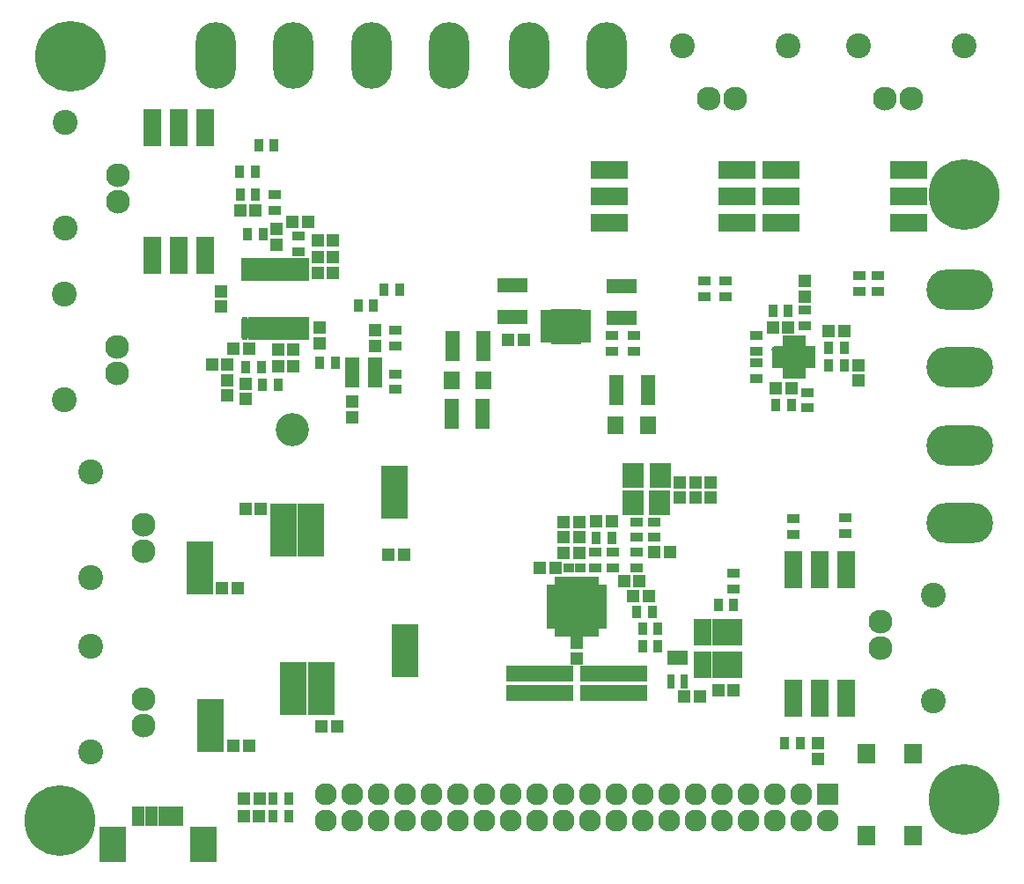
<source format=gbr>
G04 #@! TF.FileFunction,Soldermask,Top*
%FSLAX46Y46*%
G04 Gerber Fmt 4.6, Leading zero omitted, Abs format (unit mm)*
G04 Created by KiCad (PCBNEW (2016-10-09 revision 6d27087)-master) date 2016 November 17, Thursday 15:53:54*
%MOMM*%
%LPD*%
G01*
G04 APERTURE LIST*
%ADD10C,0.100000*%
%ADD11C,6.800000*%
%ADD12R,0.650000X1.100000*%
%ADD13R,1.100000X0.650000*%
%ADD14R,2.125000X2.125000*%
%ADD15R,1.200000X1.150000*%
%ADD16R,1.150000X1.200000*%
%ADD17R,1.197560X1.197560*%
%ADD18R,0.700000X1.400000*%
%ADD19R,2.127200X2.127200*%
%ADD20O,2.127200X2.127200*%
%ADD21R,2.500000X5.200000*%
%ADD22R,2.500000X5.150000*%
%ADD23R,0.900000X1.300000*%
%ADD24R,1.300000X0.900000*%
%ADD25R,0.900000X1.600000*%
%ADD26R,1.700000X1.950000*%
%ADD27C,2.400000*%
%ADD28C,2.300000*%
%ADD29R,1.200000X2.500000*%
%ADD30R,1.700000X2.500000*%
%ADD31R,1.400000X2.900000*%
%ADD32R,2.900000X1.400000*%
%ADD33R,0.700000X2.200000*%
%ADD34O,0.700000X2.300000*%
%ADD35R,2.050000X2.050000*%
%ADD36R,0.650000X1.200000*%
%ADD37R,1.200000X0.650000*%
%ADD38O,1.300000X0.650000*%
%ADD39R,1.500000X1.800000*%
%ADD40R,1.460000X1.050000*%
%ADD41C,3.200000*%
%ADD42R,2.000000X2.400000*%
%ADD43R,1.000000X0.900000*%
%ADD44R,1.200000X1.900000*%
%ADD45R,2.600000X3.500000*%
%ADD46O,3.900000X6.400000*%
%ADD47O,6.400000X3.900000*%
%ADD48R,1.000000X0.650000*%
%ADD49R,3.000000X3.400000*%
%ADD50R,3.580000X1.670000*%
%ADD51R,1.670000X3.580000*%
G04 APERTURE END LIST*
D10*
D11*
X100000000Y-52500000D03*
X99000000Y-126000000D03*
X186000000Y-124000000D03*
X186000000Y-65825000D03*
D12*
X150455000Y-103025000D03*
X149955000Y-103025000D03*
X149455000Y-103025000D03*
X148955000Y-103025000D03*
X148455000Y-103025000D03*
X147955000Y-103025000D03*
X147455000Y-103025000D03*
X146955000Y-103025000D03*
D13*
X146305000Y-103675000D03*
X146305000Y-104175000D03*
X146305000Y-104675000D03*
X146305000Y-105175000D03*
X146305000Y-105675000D03*
X146305000Y-106175000D03*
X146305000Y-106675000D03*
X146305000Y-107175000D03*
D12*
X146955000Y-107825000D03*
X147455000Y-107825000D03*
X147955000Y-107825000D03*
X148455000Y-107825000D03*
X148955000Y-107825000D03*
X149455000Y-107825000D03*
X149955000Y-107825000D03*
X150455000Y-107825000D03*
D13*
X151105000Y-107175000D03*
X151105000Y-106675000D03*
X151105000Y-106175000D03*
X151105000Y-105675000D03*
X151105000Y-105175000D03*
X151105000Y-104675000D03*
X151105000Y-104175000D03*
X151105000Y-103675000D03*
D14*
X147842500Y-106287500D03*
X149567500Y-106287500D03*
X147842500Y-104562500D03*
X149567500Y-104562500D03*
D15*
X117205000Y-118815000D03*
X115705000Y-118815000D03*
X142148500Y-79747000D03*
X143648500Y-79747000D03*
X124180000Y-116940000D03*
X125680000Y-116940000D03*
X130600000Y-100450000D03*
X132100000Y-100450000D03*
X118355000Y-96015000D03*
X116855000Y-96015000D03*
X162305000Y-113480000D03*
X163805000Y-113480000D03*
X114580000Y-103690000D03*
X116080000Y-103690000D03*
X159080000Y-114080000D03*
X160580000Y-114080000D03*
X153250000Y-102950000D03*
X154750000Y-102950000D03*
X145155000Y-101725000D03*
X146655000Y-101725000D03*
D16*
X148705000Y-110425000D03*
X148705000Y-108925000D03*
D15*
X161605000Y-93450000D03*
X160105000Y-93450000D03*
X160100000Y-94950000D03*
X161600000Y-94950000D03*
D16*
X158605000Y-94950000D03*
X158605000Y-93450000D03*
D15*
X150605000Y-97200000D03*
X152105000Y-97200000D03*
D16*
X171935000Y-118540000D03*
X171935000Y-120040000D03*
D15*
X156155000Y-100175000D03*
X157655000Y-100175000D03*
X155655000Y-104375000D03*
X154155000Y-104375000D03*
D16*
X148955000Y-98775000D03*
X148955000Y-97275000D03*
D15*
X148955000Y-100275000D03*
X147455000Y-100275000D03*
D16*
X147455000Y-97275000D03*
X147455000Y-98775000D03*
D17*
X118185000Y-125580000D03*
X116686400Y-125580000D03*
X116705700Y-123910000D03*
X118204300Y-123910000D03*
D18*
X159080000Y-112655000D03*
X157780000Y-112655000D03*
X157780000Y-110355000D03*
X158430000Y-110355000D03*
X159080000Y-110355000D03*
D19*
X172830000Y-123425000D03*
D20*
X172830000Y-125965000D03*
X170290000Y-123425000D03*
X170290000Y-125965000D03*
X167750000Y-123425000D03*
X167750000Y-125965000D03*
X165210000Y-123425000D03*
X165210000Y-125965000D03*
X162670000Y-123425000D03*
X162670000Y-125965000D03*
X160130000Y-123425000D03*
X160130000Y-125965000D03*
X157590000Y-123425000D03*
X157590000Y-125965000D03*
X155050000Y-123425000D03*
X155050000Y-125965000D03*
X152510000Y-123425000D03*
X152510000Y-125965000D03*
X149970000Y-123425000D03*
X149970000Y-125965000D03*
X147430000Y-123425000D03*
X147430000Y-125965000D03*
X144890000Y-123425000D03*
X144890000Y-125965000D03*
X142350000Y-123425000D03*
X142350000Y-125965000D03*
X139810000Y-123425000D03*
X139810000Y-125965000D03*
X137270000Y-123425000D03*
X137270000Y-125965000D03*
X134730000Y-123425000D03*
X134730000Y-125965000D03*
X132190000Y-123425000D03*
X132190000Y-125965000D03*
X129650000Y-123425000D03*
X129650000Y-125965000D03*
X127110000Y-123425000D03*
X127110000Y-125965000D03*
X124570000Y-123425000D03*
X124570000Y-125965000D03*
D21*
X113480000Y-116865000D03*
D22*
X121480000Y-113265000D03*
D21*
X124180000Y-113290000D03*
D22*
X132180000Y-109690000D03*
X123180000Y-98065000D03*
D21*
X131180000Y-94465000D03*
D22*
X112505000Y-101665000D03*
D21*
X120505000Y-98065000D03*
D23*
X163805000Y-105230000D03*
X162305000Y-105230000D03*
D24*
X163800000Y-102225000D03*
X163800000Y-103725000D03*
X152106000Y-80866000D03*
X152106000Y-79366000D03*
X154201500Y-79378000D03*
X154201500Y-80878000D03*
D23*
X119495000Y-125580000D03*
X120995000Y-125580000D03*
X120995000Y-123910000D03*
X119495000Y-123910000D03*
X170225000Y-118540000D03*
X168725000Y-118540000D03*
X150605000Y-98800000D03*
X152105000Y-98800000D03*
D24*
X156155000Y-97275000D03*
X156155000Y-98775000D03*
X154505000Y-97275000D03*
X154505000Y-98775000D03*
D23*
X156530000Y-109225000D03*
X155030000Y-109225000D03*
X155030000Y-107575000D03*
X156530000Y-107575000D03*
D24*
X150505000Y-101700000D03*
X150505000Y-100200000D03*
X154505000Y-100200000D03*
X154505000Y-101700000D03*
X152180000Y-100200000D03*
X152180000Y-101700000D03*
D23*
X155955000Y-105950000D03*
X154455000Y-105950000D03*
D24*
X169525000Y-96950000D03*
X169525000Y-98450000D03*
X174575000Y-96875000D03*
X174575000Y-98375000D03*
X161000000Y-75625000D03*
X161000000Y-74125000D03*
X163000000Y-74125000D03*
X163000000Y-75625000D03*
D25*
X147955000Y-111900000D03*
X147155000Y-111900000D03*
X146355000Y-111900000D03*
X145555000Y-111900000D03*
X144755000Y-111900000D03*
X143955000Y-111900000D03*
X143155000Y-111900000D03*
X142355000Y-111900000D03*
X142355000Y-113700000D03*
X143155000Y-113700000D03*
X143955000Y-113700000D03*
X144755000Y-113700000D03*
X145555000Y-113700000D03*
X146355000Y-113700000D03*
X147155000Y-113700000D03*
X147955000Y-113700000D03*
X155055000Y-113700000D03*
X154255000Y-113700000D03*
X153455000Y-113700000D03*
X152655000Y-113700000D03*
X151855000Y-113700000D03*
X151055000Y-113700000D03*
X150255000Y-113700000D03*
X149455000Y-113700000D03*
X149455000Y-111900000D03*
X150255000Y-111900000D03*
X151055000Y-111900000D03*
X151855000Y-111900000D03*
X152655000Y-111900000D03*
X153455000Y-111900000D03*
X154255000Y-111900000D03*
X155055000Y-111900000D03*
D26*
X176575000Y-119535000D03*
X181075000Y-119535000D03*
X181075000Y-127485000D03*
X176575000Y-127485000D03*
D27*
X99500000Y-58840000D03*
X99500000Y-69000000D03*
D28*
X104580000Y-63920000D03*
X104580000Y-66460000D03*
D29*
X162306617Y-110989951D03*
D30*
X163806617Y-110989951D03*
X160806617Y-110989951D03*
X160806617Y-107889951D03*
D29*
X162306617Y-107889951D03*
D30*
X163806617Y-107889951D03*
D15*
X117230000Y-80590000D03*
X115730000Y-80590000D03*
X123780000Y-71790000D03*
X125280000Y-71790000D03*
D31*
X136775000Y-80350000D03*
X139775000Y-80350000D03*
X139675000Y-86850000D03*
X136675000Y-86850000D03*
D32*
X152995000Y-74627500D03*
X152995000Y-77627500D03*
D31*
X152550000Y-84575000D03*
X155550000Y-84575000D03*
D15*
X113630000Y-82140000D03*
X115130000Y-82140000D03*
D16*
X114530000Y-76590000D03*
X114530000Y-75090000D03*
X115130000Y-83640000D03*
X115130000Y-85140000D03*
X116905000Y-85490000D03*
X116905000Y-83990000D03*
D15*
X121480000Y-82290000D03*
X119980000Y-82290000D03*
X119980000Y-80740000D03*
X121480000Y-80740000D03*
X123780000Y-73340000D03*
X125280000Y-73340000D03*
D16*
X123980000Y-80090000D03*
X123980000Y-78590000D03*
D15*
X122905000Y-68415000D03*
X121405000Y-68415000D03*
X125280000Y-70215000D03*
X123780000Y-70215000D03*
X116330000Y-67365000D03*
X117830000Y-67365000D03*
D16*
X119830000Y-69140000D03*
X119830000Y-70640000D03*
X170605000Y-74125000D03*
X170605000Y-75625000D03*
D15*
X169355000Y-84475000D03*
X167855000Y-84475000D03*
X169055000Y-78575000D03*
X167555000Y-78575000D03*
D33*
X116780000Y-72990000D03*
X117430000Y-72990000D03*
X118080000Y-72990000D03*
X118730000Y-72990000D03*
X119380000Y-72990000D03*
X120030000Y-72990000D03*
X120680000Y-72990000D03*
X121330000Y-72990000D03*
X121980000Y-72990000D03*
X122630000Y-72990000D03*
X122630000Y-78690000D03*
X121980000Y-78690000D03*
X121330000Y-78690000D03*
X120680000Y-78690000D03*
X120030000Y-78690000D03*
X119380000Y-78690000D03*
X118730000Y-78690000D03*
X118080000Y-78690000D03*
X117430000Y-78690000D03*
D34*
X116780000Y-78690000D03*
D35*
X169605000Y-81425000D03*
D36*
X168855000Y-79925000D03*
X169355000Y-79925000D03*
X169855000Y-79925000D03*
X170355000Y-79925000D03*
D37*
X171105000Y-80675000D03*
X171105000Y-81175000D03*
X171105000Y-81675000D03*
X171105000Y-82175000D03*
D36*
X170355000Y-82925000D03*
X169855000Y-82925000D03*
X169355000Y-82925000D03*
X168855000Y-82925000D03*
D37*
X168105000Y-82175000D03*
X168105000Y-81675000D03*
X168105000Y-81175000D03*
D38*
X168105000Y-80675000D03*
D23*
X116880000Y-82440000D03*
X118380000Y-82440000D03*
X118580000Y-69590000D03*
X117080000Y-69590000D03*
D39*
X136675000Y-83650000D03*
X139775000Y-83650000D03*
X155550000Y-87975000D03*
X152450000Y-87975000D03*
D23*
X169355000Y-86075000D03*
X167855000Y-86075000D03*
X169055000Y-76975000D03*
X167555000Y-76975000D03*
X118480000Y-84090000D03*
X119980000Y-84090000D03*
X117830000Y-65765000D03*
X116330000Y-65765000D03*
D24*
X119630000Y-67290000D03*
X119630000Y-65790000D03*
X121980000Y-69790000D03*
X121980000Y-71290000D03*
X166005000Y-79350000D03*
X166005000Y-80850000D03*
X166005000Y-83475000D03*
X166005000Y-81975000D03*
X170605000Y-78425000D03*
X170605000Y-76925000D03*
D23*
X174430000Y-82225000D03*
X172930000Y-82225000D03*
D16*
X129305000Y-78840000D03*
X129305000Y-80340000D03*
X127105000Y-85740000D03*
X127105000Y-87240000D03*
D40*
X129305000Y-82890000D03*
X129305000Y-81940000D03*
X129305000Y-83840000D03*
X127105000Y-83840000D03*
X127105000Y-82890000D03*
X127105000Y-81940000D03*
D41*
X121325000Y-88450000D03*
D24*
X131255000Y-83040000D03*
X131255000Y-84540000D03*
X131255000Y-78840000D03*
X131255000Y-80340000D03*
D16*
X175830000Y-83700000D03*
X175830000Y-82200000D03*
D15*
X174430000Y-78950000D03*
X172930000Y-78950000D03*
D23*
X124005000Y-81940000D03*
X125505000Y-81940000D03*
D24*
X175925000Y-75100000D03*
X175925000Y-73600000D03*
X177650000Y-75100000D03*
X177650000Y-73600000D03*
X170905000Y-86325000D03*
X170905000Y-84825000D03*
D23*
X172930000Y-80575000D03*
X174430000Y-80575000D03*
X129180000Y-76465000D03*
X127680000Y-76465000D03*
X131705000Y-74915000D03*
X130205000Y-74915000D03*
X117825000Y-63600000D03*
X116325000Y-63600000D03*
X119625000Y-61050000D03*
X118125000Y-61050000D03*
D27*
X99420000Y-75340000D03*
X99420000Y-85500000D03*
D28*
X104500000Y-80420000D03*
X104500000Y-82960000D03*
D27*
X102000000Y-109215000D03*
X102000000Y-119375000D03*
D28*
X107080000Y-114295000D03*
X107080000Y-116835000D03*
X107080000Y-100120000D03*
X107080000Y-97580000D03*
D27*
X102000000Y-102660000D03*
X102000000Y-92500000D03*
D28*
X177920000Y-106840000D03*
X177920000Y-109380000D03*
D27*
X183000000Y-104300000D03*
X183000000Y-114460000D03*
X169000000Y-51500000D03*
X158840000Y-51500000D03*
D28*
X163920000Y-56580000D03*
X161380000Y-56580000D03*
X178380000Y-56580000D03*
X180920000Y-56580000D03*
D27*
X175840000Y-51500000D03*
X186000000Y-51500000D03*
D42*
X156730000Y-92825000D03*
X154130000Y-92825000D03*
X154105000Y-95400000D03*
X156705000Y-95400000D03*
D43*
X147955000Y-101675000D03*
X149055000Y-101675000D03*
D44*
X106550000Y-125575000D03*
X107800000Y-125575000D03*
X109050000Y-125575000D03*
X110300000Y-125575000D03*
D45*
X104050000Y-128325000D03*
X112800000Y-128325000D03*
D46*
X144130000Y-52400000D03*
X151630000Y-52400000D03*
X113975000Y-52400000D03*
X121475000Y-52400000D03*
X128975000Y-52400000D03*
X136475000Y-52400000D03*
D47*
X185500000Y-74910000D03*
X185500000Y-82410000D03*
X185500000Y-89910000D03*
X185500000Y-97410000D03*
D48*
X149560000Y-77220000D03*
X149560000Y-77720000D03*
X149560000Y-78220000D03*
X149560000Y-78720000D03*
X149560000Y-79220000D03*
X149560000Y-79720000D03*
X145760000Y-79720000D03*
X145760000Y-79220000D03*
X145760000Y-78720000D03*
X145760000Y-78220000D03*
X145760000Y-77720000D03*
X145760000Y-77220000D03*
D49*
X147660000Y-78470000D03*
D32*
X142530000Y-77560000D03*
X142530000Y-74560000D03*
D50*
X168340000Y-66000000D03*
X168340000Y-63460000D03*
X168340000Y-68540000D03*
X180660000Y-68540000D03*
X180660000Y-66000000D03*
X180660000Y-63460000D03*
D51*
X113000000Y-71660000D03*
X110460000Y-71660000D03*
X107920000Y-71660000D03*
X107920000Y-59340000D03*
X113000000Y-59340000D03*
X110460000Y-59340000D03*
X174590000Y-114235000D03*
X172050000Y-114235000D03*
X169510000Y-114235000D03*
X169510000Y-101915000D03*
X174590000Y-101915000D03*
X172050000Y-101915000D03*
D50*
X164160000Y-66000000D03*
X164160000Y-68540000D03*
X164160000Y-63460000D03*
X151840000Y-63460000D03*
X151840000Y-66000000D03*
X151840000Y-68540000D03*
M02*

</source>
